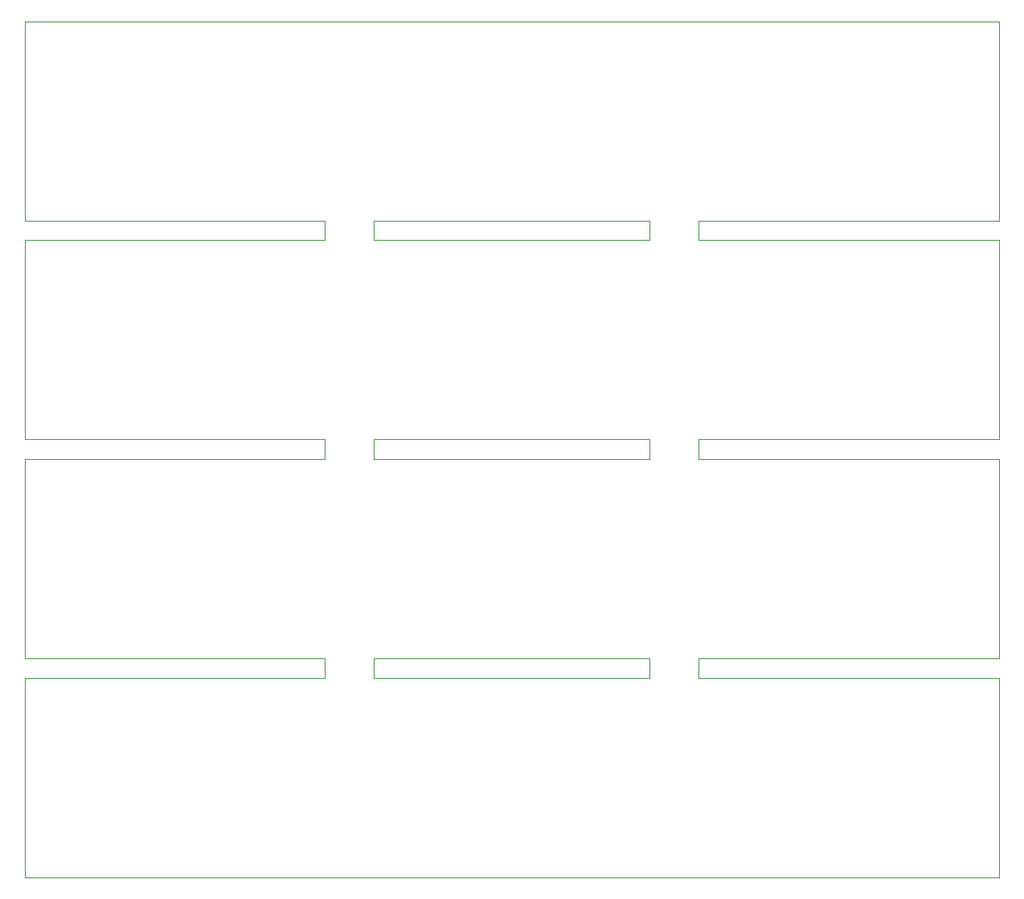
<source format=gbr>
%TF.GenerationSoftware,KiCad,Pcbnew,7.0.2*%
%TF.CreationDate,2023-10-31T00:57:24+09:00*%
%TF.ProjectId,kikit,6b696b69-742e-46b6-9963-61645f706362,rev?*%
%TF.SameCoordinates,Original*%
%TF.FileFunction,Profile,NP*%
%FSLAX46Y46*%
G04 Gerber Fmt 4.6, Leading zero omitted, Abs format (unit mm)*
G04 Created by KiCad (PCBNEW 7.0.2) date 2023-10-31 00:57:24*
%MOMM*%
%LPD*%
G01*
G04 APERTURE LIST*
%TA.AperFunction,Profile*%
%ADD10C,0.100000*%
%TD*%
G04 APERTURE END LIST*
D10*
X134447666Y-40320000D02*
X162552333Y-40320000D01*
X167552333Y-41320000D02*
X167552333Y-40320000D01*
X167552333Y-62640000D02*
X198157000Y-62640000D01*
X98843000Y-20000000D02*
X98843000Y-40320000D01*
X198157000Y-20000000D02*
X98843000Y-20000000D01*
X129447666Y-40320000D02*
X129447666Y-41320000D01*
X129447666Y-62640000D02*
X129447666Y-63640000D01*
X167552333Y-63640000D02*
X167552333Y-62640000D01*
X98843000Y-64640000D02*
X98843000Y-84960000D01*
X162552333Y-40320000D02*
X162552333Y-41320000D01*
X134447666Y-42320000D02*
X134447666Y-42320000D01*
X162552333Y-62640000D02*
X162552333Y-63640000D01*
X134447666Y-84960000D02*
X162552333Y-84960000D01*
X162552333Y-42320000D02*
X134447666Y-42320000D01*
X98843000Y-107280000D02*
X198157000Y-107280000D01*
X167552333Y-64640000D02*
X167552333Y-63640000D01*
X167552333Y-85960000D02*
X167552333Y-84960000D01*
X167552333Y-42320000D02*
X167552333Y-41320000D01*
X198157000Y-62640000D02*
X198157000Y-42320000D01*
X162552333Y-41320000D02*
X162552333Y-42320000D01*
X134447666Y-63640000D02*
X134447666Y-62640000D01*
X98843000Y-84960000D02*
X129447666Y-84960000D01*
X198157000Y-84960000D02*
X198157000Y-64640000D01*
X129447666Y-86960000D02*
X98843000Y-86960000D01*
X129447666Y-63640000D02*
X129447666Y-64640000D01*
X98843000Y-40320000D02*
X129447666Y-40320000D01*
X162552333Y-63640000D02*
X162552333Y-64640000D01*
X129447666Y-84960000D02*
X129447666Y-85960000D01*
X134447666Y-41320000D02*
X134447666Y-40320000D01*
X129447666Y-40320000D02*
X129447666Y-40320000D01*
X198157000Y-64640000D02*
X167552333Y-64640000D01*
X129447666Y-42320000D02*
X98843000Y-42320000D01*
X129447666Y-85960000D02*
X129447666Y-86960000D01*
X98843000Y-42320000D02*
X98843000Y-62640000D01*
X162552333Y-86960000D02*
X134447666Y-86960000D01*
X129447666Y-64640000D02*
X98843000Y-64640000D01*
X198157000Y-107280000D02*
X198157000Y-86960000D01*
X134447666Y-86960000D02*
X134447666Y-85960000D01*
X162552333Y-85960000D02*
X162552333Y-86960000D01*
X198157000Y-42320000D02*
X167552333Y-42320000D01*
X134447666Y-42320000D02*
X134447666Y-41320000D01*
X98843000Y-86960000D02*
X98843000Y-107280000D01*
X134447666Y-85960000D02*
X134447666Y-85960000D01*
X162552333Y-64640000D02*
X134447666Y-64640000D01*
X134447666Y-63640000D02*
X134447666Y-63640000D01*
X167552333Y-84960000D02*
X198157000Y-84960000D01*
X167552333Y-86960000D02*
X167552333Y-85960000D01*
X167552333Y-40320000D02*
X198157000Y-40320000D01*
X134447666Y-62640000D02*
X162552333Y-62640000D01*
X198157000Y-86960000D02*
X167552333Y-86960000D01*
X129447666Y-41320000D02*
X129447666Y-42320000D01*
X134447666Y-64640000D02*
X134447666Y-63640000D01*
X162552333Y-84960000D02*
X162552333Y-85960000D01*
X198157000Y-40320000D02*
X198157000Y-20000000D01*
X134447666Y-85960000D02*
X134447666Y-84960000D01*
X98843000Y-62640000D02*
X129447666Y-62640000D01*
M02*

</source>
